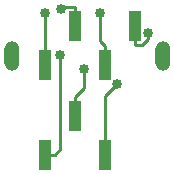
<source format=gbl>
G04 #@! TF.FileFunction,Copper,L2,Bot,Signal*
%FSLAX46Y46*%
G04 Gerber Fmt 4.6, Leading zero omitted, Abs format (unit mm)*
G04 Created by KiCad (PCBNEW 4.0.7-e2-6376~58~ubuntu16.04.1) date Sat Jan 13 09:54:45 2018*
%MOMM*%
%LPD*%
G01*
G04 APERTURE LIST*
%ADD10C,0.100000*%
%ADD11R,1.000000X2.510000*%
%ADD12O,1.270000X2.540000*%
%ADD13C,0.850000*%
%ADD14C,0.250000*%
G04 APERTURE END LIST*
D10*
D11*
X147447000Y-93210000D03*
X152527000Y-93210000D03*
X144907000Y-96520000D03*
X149987000Y-96520000D03*
X147447000Y-100838000D03*
X144907000Y-104148000D03*
X149987000Y-104148000D03*
D12*
X142102740Y-95755860D03*
X154899260Y-95755860D03*
D13*
X146310000Y-91819300D03*
X153675500Y-93777100D03*
X144907000Y-92125200D03*
X149573600Y-92114600D03*
X148266500Y-96866900D03*
X146226500Y-95712900D03*
X151041000Y-98116000D03*
D14*
X146499600Y-91629700D02*
X147447000Y-91629700D01*
X146310000Y-91819300D02*
X146499600Y-91629700D01*
X147447000Y-93210000D02*
X147447000Y-91629700D01*
X153675500Y-94283800D02*
X153675500Y-93777100D01*
X153169000Y-94790300D02*
X153675500Y-94283800D01*
X152527000Y-94790300D02*
X153169000Y-94790300D01*
X152527000Y-93210000D02*
X152527000Y-94790300D01*
X144907000Y-96520000D02*
X144907000Y-92125200D01*
X149573600Y-94526300D02*
X149573600Y-92114600D01*
X149987000Y-94939700D02*
X149573600Y-94526300D01*
X149987000Y-96520000D02*
X149987000Y-94939700D01*
X148266500Y-98438200D02*
X147447000Y-99257700D01*
X148266500Y-96866900D02*
X148266500Y-98438200D01*
X147447000Y-100838000D02*
X147447000Y-99257700D01*
X146226500Y-103653800D02*
X145732300Y-104148000D01*
X146226500Y-95712900D02*
X146226500Y-103653800D01*
X144907000Y-104148000D02*
X145732300Y-104148000D01*
X149987000Y-99170000D02*
X151041000Y-98116000D01*
X149987000Y-104148000D02*
X149987000Y-99170000D01*
M02*

</source>
